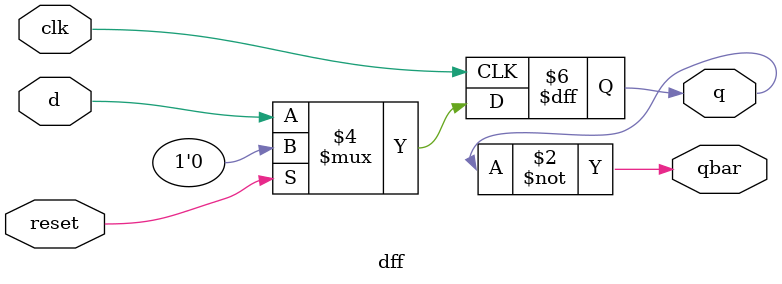
<source format=v>
`timescale 1ns / 1ps

module dff(
    input d,
    input reset,
    input clk,
    output reg q,
    output qbar
    );


 always@(posedge clk)
 begin
   if(reset)
	  q<=0;
   else 
	 begin
	   q<=d;
	   
	 end
 end
 
 assign qbar=~q;

endmodule

</source>
